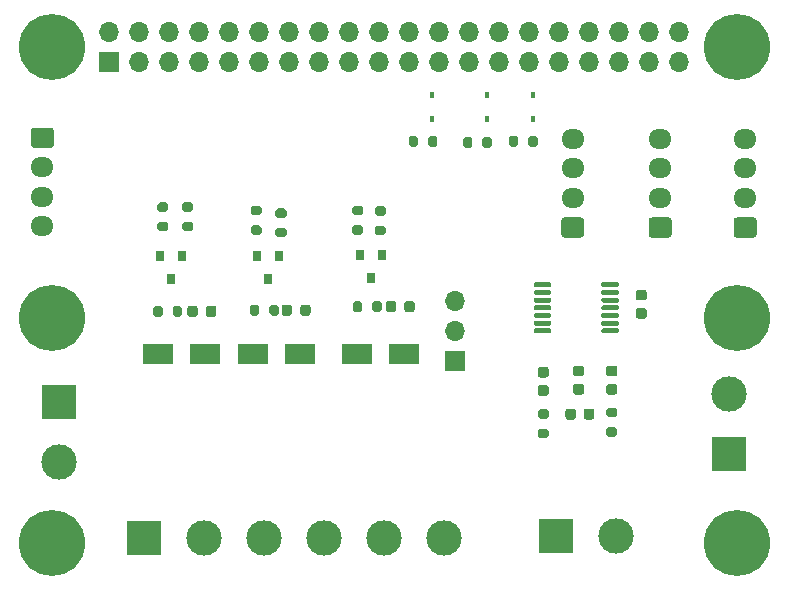
<source format=gbr>
%TF.GenerationSoftware,KiCad,Pcbnew,(5.1.10-1-10_14)*%
%TF.CreationDate,2021-09-17T20:59:11-04:00*%
%TF.ProjectId,KilnHat,4b696c6e-4861-4742-9e6b-696361645f70,rev?*%
%TF.SameCoordinates,Original*%
%TF.FileFunction,Soldermask,Top*%
%TF.FilePolarity,Negative*%
%FSLAX46Y46*%
G04 Gerber Fmt 4.6, Leading zero omitted, Abs format (unit mm)*
G04 Created by KiCad (PCBNEW (5.1.10-1-10_14)) date 2021-09-17 20:59:11*
%MOMM*%
%LPD*%
G01*
G04 APERTURE LIST*
%ADD10C,5.600000*%
%ADD11O,1.700000X1.700000*%
%ADD12R,1.700000X1.700000*%
%ADD13O,1.950000X1.700000*%
%ADD14C,3.000000*%
%ADD15R,3.000000X3.000000*%
%ADD16R,0.800000X0.900000*%
%ADD17R,0.450000X0.600000*%
%ADD18R,2.500000X1.800000*%
G04 APERTURE END LIST*
%TO.C,D6*%
G36*
G01*
X167650000Y-116243750D02*
X167650000Y-116756250D01*
G75*
G02*
X167431250Y-116975000I-218750J0D01*
G01*
X166993750Y-116975000D01*
G75*
G02*
X166775000Y-116756250I0J218750D01*
G01*
X166775000Y-116243750D01*
G75*
G02*
X166993750Y-116025000I218750J0D01*
G01*
X167431250Y-116025000D01*
G75*
G02*
X167650000Y-116243750I0J-218750D01*
G01*
G37*
G36*
G01*
X169225000Y-116243750D02*
X169225000Y-116756250D01*
G75*
G02*
X169006250Y-116975000I-218750J0D01*
G01*
X168568750Y-116975000D01*
G75*
G02*
X168350000Y-116756250I0J218750D01*
G01*
X168350000Y-116243750D01*
G75*
G02*
X168568750Y-116025000I218750J0D01*
G01*
X169006250Y-116025000D01*
G75*
G02*
X169225000Y-116243750I0J-218750D01*
G01*
G37*
%TD*%
%TO.C,D5*%
G36*
G01*
X158830000Y-116543750D02*
X158830000Y-117056250D01*
G75*
G02*
X158611250Y-117275000I-218750J0D01*
G01*
X158173750Y-117275000D01*
G75*
G02*
X157955000Y-117056250I0J218750D01*
G01*
X157955000Y-116543750D01*
G75*
G02*
X158173750Y-116325000I218750J0D01*
G01*
X158611250Y-116325000D01*
G75*
G02*
X158830000Y-116543750I0J-218750D01*
G01*
G37*
G36*
G01*
X160405000Y-116543750D02*
X160405000Y-117056250D01*
G75*
G02*
X160186250Y-117275000I-218750J0D01*
G01*
X159748750Y-117275000D01*
G75*
G02*
X159530000Y-117056250I0J218750D01*
G01*
X159530000Y-116543750D01*
G75*
G02*
X159748750Y-116325000I218750J0D01*
G01*
X160186250Y-116325000D01*
G75*
G02*
X160405000Y-116543750I0J-218750D01*
G01*
G37*
%TD*%
%TO.C,D4*%
G36*
G01*
X150850000Y-116643750D02*
X150850000Y-117156250D01*
G75*
G02*
X150631250Y-117375000I-218750J0D01*
G01*
X150193750Y-117375000D01*
G75*
G02*
X149975000Y-117156250I0J218750D01*
G01*
X149975000Y-116643750D01*
G75*
G02*
X150193750Y-116425000I218750J0D01*
G01*
X150631250Y-116425000D01*
G75*
G02*
X150850000Y-116643750I0J-218750D01*
G01*
G37*
G36*
G01*
X152425000Y-116643750D02*
X152425000Y-117156250D01*
G75*
G02*
X152206250Y-117375000I-218750J0D01*
G01*
X151768750Y-117375000D01*
G75*
G02*
X151550000Y-117156250I0J218750D01*
G01*
X151550000Y-116643750D01*
G75*
G02*
X151768750Y-116425000I218750J0D01*
G01*
X152206250Y-116425000D01*
G75*
G02*
X152425000Y-116643750I0J-218750D01*
G01*
G37*
%TD*%
D10*
%TO.C,REF\u002A\u002A*%
X138500000Y-136500000D03*
%TD*%
%TO.C,REF\u002A\u002A*%
X138500000Y-117500000D03*
%TD*%
%TO.C,REF\u002A\u002A*%
X138500000Y-94500000D03*
%TD*%
%TO.C,REF\u002A\u002A*%
X196500000Y-136500000D03*
%TD*%
%TO.C,REF\u002A\u002A*%
X196500000Y-117500000D03*
%TD*%
%TO.C,REF\u002A\u002A*%
X196500000Y-94500000D03*
%TD*%
D11*
%TO.C,J2*%
X191630000Y-93250000D03*
X191630000Y-95790000D03*
X189090000Y-93250000D03*
X189090000Y-95790000D03*
X186550000Y-93250000D03*
X186550000Y-95790000D03*
X184010000Y-93250000D03*
X184010000Y-95790000D03*
X181470000Y-93250000D03*
X181470000Y-95790000D03*
X178930000Y-93250000D03*
X178930000Y-95790000D03*
X176390000Y-93250000D03*
X176390000Y-95790000D03*
X173850000Y-93250000D03*
X173850000Y-95790000D03*
X171310000Y-93250000D03*
X171310000Y-95790000D03*
X168770000Y-93250000D03*
X168770000Y-95790000D03*
X166230000Y-93250000D03*
X166230000Y-95790000D03*
X163690000Y-93250000D03*
X163690000Y-95790000D03*
X161150000Y-93250000D03*
X161150000Y-95790000D03*
X158610000Y-93250000D03*
X158610000Y-95790000D03*
X156070000Y-93250000D03*
X156070000Y-95790000D03*
X153530000Y-93250000D03*
X153530000Y-95790000D03*
X150990000Y-93250000D03*
X150990000Y-95790000D03*
X148450000Y-93250000D03*
X148450000Y-95790000D03*
X145910000Y-93250000D03*
X145910000Y-95790000D03*
X143370000Y-93250000D03*
D12*
X143370000Y-95790000D03*
%TD*%
D13*
%TO.C,J7*%
X190000000Y-102300000D03*
X190000000Y-104800000D03*
X190000000Y-107300000D03*
G36*
G01*
X190725000Y-110650000D02*
X189275000Y-110650000D01*
G75*
G02*
X189025000Y-110400000I0J250000D01*
G01*
X189025000Y-109200000D01*
G75*
G02*
X189275000Y-108950000I250000J0D01*
G01*
X190725000Y-108950000D01*
G75*
G02*
X190975000Y-109200000I0J-250000D01*
G01*
X190975000Y-110400000D01*
G75*
G02*
X190725000Y-110650000I-250000J0D01*
G01*
G37*
%TD*%
D14*
%TO.C,J3*%
X171700000Y-136100000D03*
X166620000Y-136100000D03*
X161540000Y-136100000D03*
D15*
X146300000Y-136100000D03*
D14*
X156460000Y-136100000D03*
X151380000Y-136100000D03*
%TD*%
%TO.C,U1*%
G36*
G01*
X180775000Y-118450000D02*
X180775000Y-118650000D01*
G75*
G02*
X180675000Y-118750000I-100000J0D01*
G01*
X179400000Y-118750000D01*
G75*
G02*
X179300000Y-118650000I0J100000D01*
G01*
X179300000Y-118450000D01*
G75*
G02*
X179400000Y-118350000I100000J0D01*
G01*
X180675000Y-118350000D01*
G75*
G02*
X180775000Y-118450000I0J-100000D01*
G01*
G37*
G36*
G01*
X180775000Y-117800000D02*
X180775000Y-118000000D01*
G75*
G02*
X180675000Y-118100000I-100000J0D01*
G01*
X179400000Y-118100000D01*
G75*
G02*
X179300000Y-118000000I0J100000D01*
G01*
X179300000Y-117800000D01*
G75*
G02*
X179400000Y-117700000I100000J0D01*
G01*
X180675000Y-117700000D01*
G75*
G02*
X180775000Y-117800000I0J-100000D01*
G01*
G37*
G36*
G01*
X180775000Y-117150000D02*
X180775000Y-117350000D01*
G75*
G02*
X180675000Y-117450000I-100000J0D01*
G01*
X179400000Y-117450000D01*
G75*
G02*
X179300000Y-117350000I0J100000D01*
G01*
X179300000Y-117150000D01*
G75*
G02*
X179400000Y-117050000I100000J0D01*
G01*
X180675000Y-117050000D01*
G75*
G02*
X180775000Y-117150000I0J-100000D01*
G01*
G37*
G36*
G01*
X180775000Y-116500000D02*
X180775000Y-116700000D01*
G75*
G02*
X180675000Y-116800000I-100000J0D01*
G01*
X179400000Y-116800000D01*
G75*
G02*
X179300000Y-116700000I0J100000D01*
G01*
X179300000Y-116500000D01*
G75*
G02*
X179400000Y-116400000I100000J0D01*
G01*
X180675000Y-116400000D01*
G75*
G02*
X180775000Y-116500000I0J-100000D01*
G01*
G37*
G36*
G01*
X180775000Y-115850000D02*
X180775000Y-116050000D01*
G75*
G02*
X180675000Y-116150000I-100000J0D01*
G01*
X179400000Y-116150000D01*
G75*
G02*
X179300000Y-116050000I0J100000D01*
G01*
X179300000Y-115850000D01*
G75*
G02*
X179400000Y-115750000I100000J0D01*
G01*
X180675000Y-115750000D01*
G75*
G02*
X180775000Y-115850000I0J-100000D01*
G01*
G37*
G36*
G01*
X180775000Y-115200000D02*
X180775000Y-115400000D01*
G75*
G02*
X180675000Y-115500000I-100000J0D01*
G01*
X179400000Y-115500000D01*
G75*
G02*
X179300000Y-115400000I0J100000D01*
G01*
X179300000Y-115200000D01*
G75*
G02*
X179400000Y-115100000I100000J0D01*
G01*
X180675000Y-115100000D01*
G75*
G02*
X180775000Y-115200000I0J-100000D01*
G01*
G37*
G36*
G01*
X180775000Y-114550000D02*
X180775000Y-114750000D01*
G75*
G02*
X180675000Y-114850000I-100000J0D01*
G01*
X179400000Y-114850000D01*
G75*
G02*
X179300000Y-114750000I0J100000D01*
G01*
X179300000Y-114550000D01*
G75*
G02*
X179400000Y-114450000I100000J0D01*
G01*
X180675000Y-114450000D01*
G75*
G02*
X180775000Y-114550000I0J-100000D01*
G01*
G37*
G36*
G01*
X186500000Y-114550000D02*
X186500000Y-114750000D01*
G75*
G02*
X186400000Y-114850000I-100000J0D01*
G01*
X185125000Y-114850000D01*
G75*
G02*
X185025000Y-114750000I0J100000D01*
G01*
X185025000Y-114550000D01*
G75*
G02*
X185125000Y-114450000I100000J0D01*
G01*
X186400000Y-114450000D01*
G75*
G02*
X186500000Y-114550000I0J-100000D01*
G01*
G37*
G36*
G01*
X186500000Y-115200000D02*
X186500000Y-115400000D01*
G75*
G02*
X186400000Y-115500000I-100000J0D01*
G01*
X185125000Y-115500000D01*
G75*
G02*
X185025000Y-115400000I0J100000D01*
G01*
X185025000Y-115200000D01*
G75*
G02*
X185125000Y-115100000I100000J0D01*
G01*
X186400000Y-115100000D01*
G75*
G02*
X186500000Y-115200000I0J-100000D01*
G01*
G37*
G36*
G01*
X186500000Y-115850000D02*
X186500000Y-116050000D01*
G75*
G02*
X186400000Y-116150000I-100000J0D01*
G01*
X185125000Y-116150000D01*
G75*
G02*
X185025000Y-116050000I0J100000D01*
G01*
X185025000Y-115850000D01*
G75*
G02*
X185125000Y-115750000I100000J0D01*
G01*
X186400000Y-115750000D01*
G75*
G02*
X186500000Y-115850000I0J-100000D01*
G01*
G37*
G36*
G01*
X186500000Y-116500000D02*
X186500000Y-116700000D01*
G75*
G02*
X186400000Y-116800000I-100000J0D01*
G01*
X185125000Y-116800000D01*
G75*
G02*
X185025000Y-116700000I0J100000D01*
G01*
X185025000Y-116500000D01*
G75*
G02*
X185125000Y-116400000I100000J0D01*
G01*
X186400000Y-116400000D01*
G75*
G02*
X186500000Y-116500000I0J-100000D01*
G01*
G37*
G36*
G01*
X186500000Y-117150000D02*
X186500000Y-117350000D01*
G75*
G02*
X186400000Y-117450000I-100000J0D01*
G01*
X185125000Y-117450000D01*
G75*
G02*
X185025000Y-117350000I0J100000D01*
G01*
X185025000Y-117150000D01*
G75*
G02*
X185125000Y-117050000I100000J0D01*
G01*
X186400000Y-117050000D01*
G75*
G02*
X186500000Y-117150000I0J-100000D01*
G01*
G37*
G36*
G01*
X186500000Y-117800000D02*
X186500000Y-118000000D01*
G75*
G02*
X186400000Y-118100000I-100000J0D01*
G01*
X185125000Y-118100000D01*
G75*
G02*
X185025000Y-118000000I0J100000D01*
G01*
X185025000Y-117800000D01*
G75*
G02*
X185125000Y-117700000I100000J0D01*
G01*
X186400000Y-117700000D01*
G75*
G02*
X186500000Y-117800000I0J-100000D01*
G01*
G37*
G36*
G01*
X186500000Y-118450000D02*
X186500000Y-118650000D01*
G75*
G02*
X186400000Y-118750000I-100000J0D01*
G01*
X185125000Y-118750000D01*
G75*
G02*
X185025000Y-118650000I0J100000D01*
G01*
X185025000Y-118450000D01*
G75*
G02*
X185125000Y-118350000I100000J0D01*
G01*
X186400000Y-118350000D01*
G75*
G02*
X186500000Y-118450000I0J-100000D01*
G01*
G37*
%TD*%
%TO.C,R14*%
G36*
G01*
X169500000Y-102225000D02*
X169500000Y-102775000D01*
G75*
G02*
X169300000Y-102975000I-200000J0D01*
G01*
X168900000Y-102975000D01*
G75*
G02*
X168700000Y-102775000I0J200000D01*
G01*
X168700000Y-102225000D01*
G75*
G02*
X168900000Y-102025000I200000J0D01*
G01*
X169300000Y-102025000D01*
G75*
G02*
X169500000Y-102225000I0J-200000D01*
G01*
G37*
G36*
G01*
X171150000Y-102225000D02*
X171150000Y-102775000D01*
G75*
G02*
X170950000Y-102975000I-200000J0D01*
G01*
X170550000Y-102975000D01*
G75*
G02*
X170350000Y-102775000I0J200000D01*
G01*
X170350000Y-102225000D01*
G75*
G02*
X170550000Y-102025000I200000J0D01*
G01*
X170950000Y-102025000D01*
G75*
G02*
X171150000Y-102225000I0J-200000D01*
G01*
G37*
%TD*%
%TO.C,R13*%
G36*
G01*
X174100000Y-102325000D02*
X174100000Y-102875000D01*
G75*
G02*
X173900000Y-103075000I-200000J0D01*
G01*
X173500000Y-103075000D01*
G75*
G02*
X173300000Y-102875000I0J200000D01*
G01*
X173300000Y-102325000D01*
G75*
G02*
X173500000Y-102125000I200000J0D01*
G01*
X173900000Y-102125000D01*
G75*
G02*
X174100000Y-102325000I0J-200000D01*
G01*
G37*
G36*
G01*
X175750000Y-102325000D02*
X175750000Y-102875000D01*
G75*
G02*
X175550000Y-103075000I-200000J0D01*
G01*
X175150000Y-103075000D01*
G75*
G02*
X174950000Y-102875000I0J200000D01*
G01*
X174950000Y-102325000D01*
G75*
G02*
X175150000Y-102125000I200000J0D01*
G01*
X175550000Y-102125000D01*
G75*
G02*
X175750000Y-102325000I0J-200000D01*
G01*
G37*
%TD*%
%TO.C,R12*%
G36*
G01*
X177975000Y-102225000D02*
X177975000Y-102775000D01*
G75*
G02*
X177775000Y-102975000I-200000J0D01*
G01*
X177375000Y-102975000D01*
G75*
G02*
X177175000Y-102775000I0J200000D01*
G01*
X177175000Y-102225000D01*
G75*
G02*
X177375000Y-102025000I200000J0D01*
G01*
X177775000Y-102025000D01*
G75*
G02*
X177975000Y-102225000I0J-200000D01*
G01*
G37*
G36*
G01*
X179625000Y-102225000D02*
X179625000Y-102775000D01*
G75*
G02*
X179425000Y-102975000I-200000J0D01*
G01*
X179025000Y-102975000D01*
G75*
G02*
X178825000Y-102775000I0J200000D01*
G01*
X178825000Y-102225000D01*
G75*
G02*
X179025000Y-102025000I200000J0D01*
G01*
X179425000Y-102025000D01*
G75*
G02*
X179625000Y-102225000I0J-200000D01*
G01*
G37*
%TD*%
%TO.C,R11*%
G36*
G01*
X179825000Y-126825000D02*
X180375000Y-126825000D01*
G75*
G02*
X180575000Y-127025000I0J-200000D01*
G01*
X180575000Y-127425000D01*
G75*
G02*
X180375000Y-127625000I-200000J0D01*
G01*
X179825000Y-127625000D01*
G75*
G02*
X179625000Y-127425000I0J200000D01*
G01*
X179625000Y-127025000D01*
G75*
G02*
X179825000Y-126825000I200000J0D01*
G01*
G37*
G36*
G01*
X179825000Y-125175000D02*
X180375000Y-125175000D01*
G75*
G02*
X180575000Y-125375000I0J-200000D01*
G01*
X180575000Y-125775000D01*
G75*
G02*
X180375000Y-125975000I-200000J0D01*
G01*
X179825000Y-125975000D01*
G75*
G02*
X179625000Y-125775000I0J200000D01*
G01*
X179625000Y-125375000D01*
G75*
G02*
X179825000Y-125175000I200000J0D01*
G01*
G37*
%TD*%
%TO.C,R10*%
G36*
G01*
X185625000Y-126700000D02*
X186175000Y-126700000D01*
G75*
G02*
X186375000Y-126900000I0J-200000D01*
G01*
X186375000Y-127300000D01*
G75*
G02*
X186175000Y-127500000I-200000J0D01*
G01*
X185625000Y-127500000D01*
G75*
G02*
X185425000Y-127300000I0J200000D01*
G01*
X185425000Y-126900000D01*
G75*
G02*
X185625000Y-126700000I200000J0D01*
G01*
G37*
G36*
G01*
X185625000Y-125050000D02*
X186175000Y-125050000D01*
G75*
G02*
X186375000Y-125250000I0J-200000D01*
G01*
X186375000Y-125650000D01*
G75*
G02*
X186175000Y-125850000I-200000J0D01*
G01*
X185625000Y-125850000D01*
G75*
G02*
X185425000Y-125650000I0J200000D01*
G01*
X185425000Y-125250000D01*
G75*
G02*
X185625000Y-125050000I200000J0D01*
G01*
G37*
%TD*%
%TO.C,R9*%
G36*
G01*
X164675000Y-108775000D02*
X164125000Y-108775000D01*
G75*
G02*
X163925000Y-108575000I0J200000D01*
G01*
X163925000Y-108175000D01*
G75*
G02*
X164125000Y-107975000I200000J0D01*
G01*
X164675000Y-107975000D01*
G75*
G02*
X164875000Y-108175000I0J-200000D01*
G01*
X164875000Y-108575000D01*
G75*
G02*
X164675000Y-108775000I-200000J0D01*
G01*
G37*
G36*
G01*
X164675000Y-110425000D02*
X164125000Y-110425000D01*
G75*
G02*
X163925000Y-110225000I0J200000D01*
G01*
X163925000Y-109825000D01*
G75*
G02*
X164125000Y-109625000I200000J0D01*
G01*
X164675000Y-109625000D01*
G75*
G02*
X164875000Y-109825000I0J-200000D01*
G01*
X164875000Y-110225000D01*
G75*
G02*
X164675000Y-110425000I-200000J0D01*
G01*
G37*
%TD*%
%TO.C,R8*%
G36*
G01*
X156075000Y-108775000D02*
X155525000Y-108775000D01*
G75*
G02*
X155325000Y-108575000I0J200000D01*
G01*
X155325000Y-108175000D01*
G75*
G02*
X155525000Y-107975000I200000J0D01*
G01*
X156075000Y-107975000D01*
G75*
G02*
X156275000Y-108175000I0J-200000D01*
G01*
X156275000Y-108575000D01*
G75*
G02*
X156075000Y-108775000I-200000J0D01*
G01*
G37*
G36*
G01*
X156075000Y-110425000D02*
X155525000Y-110425000D01*
G75*
G02*
X155325000Y-110225000I0J200000D01*
G01*
X155325000Y-109825000D01*
G75*
G02*
X155525000Y-109625000I200000J0D01*
G01*
X156075000Y-109625000D01*
G75*
G02*
X156275000Y-109825000I0J-200000D01*
G01*
X156275000Y-110225000D01*
G75*
G02*
X156075000Y-110425000I-200000J0D01*
G01*
G37*
%TD*%
%TO.C,R7*%
G36*
G01*
X148175000Y-108475000D02*
X147625000Y-108475000D01*
G75*
G02*
X147425000Y-108275000I0J200000D01*
G01*
X147425000Y-107875000D01*
G75*
G02*
X147625000Y-107675000I200000J0D01*
G01*
X148175000Y-107675000D01*
G75*
G02*
X148375000Y-107875000I0J-200000D01*
G01*
X148375000Y-108275000D01*
G75*
G02*
X148175000Y-108475000I-200000J0D01*
G01*
G37*
G36*
G01*
X148175000Y-110125000D02*
X147625000Y-110125000D01*
G75*
G02*
X147425000Y-109925000I0J200000D01*
G01*
X147425000Y-109525000D01*
G75*
G02*
X147625000Y-109325000I200000J0D01*
G01*
X148175000Y-109325000D01*
G75*
G02*
X148375000Y-109525000I0J-200000D01*
G01*
X148375000Y-109925000D01*
G75*
G02*
X148175000Y-110125000I-200000J0D01*
G01*
G37*
%TD*%
%TO.C,R6*%
G36*
G01*
X166025000Y-109650000D02*
X166575000Y-109650000D01*
G75*
G02*
X166775000Y-109850000I0J-200000D01*
G01*
X166775000Y-110250000D01*
G75*
G02*
X166575000Y-110450000I-200000J0D01*
G01*
X166025000Y-110450000D01*
G75*
G02*
X165825000Y-110250000I0J200000D01*
G01*
X165825000Y-109850000D01*
G75*
G02*
X166025000Y-109650000I200000J0D01*
G01*
G37*
G36*
G01*
X166025000Y-108000000D02*
X166575000Y-108000000D01*
G75*
G02*
X166775000Y-108200000I0J-200000D01*
G01*
X166775000Y-108600000D01*
G75*
G02*
X166575000Y-108800000I-200000J0D01*
G01*
X166025000Y-108800000D01*
G75*
G02*
X165825000Y-108600000I0J200000D01*
G01*
X165825000Y-108200000D01*
G75*
G02*
X166025000Y-108000000I200000J0D01*
G01*
G37*
%TD*%
%TO.C,R5*%
G36*
G01*
X157625000Y-109825000D02*
X158175000Y-109825000D01*
G75*
G02*
X158375000Y-110025000I0J-200000D01*
G01*
X158375000Y-110425000D01*
G75*
G02*
X158175000Y-110625000I-200000J0D01*
G01*
X157625000Y-110625000D01*
G75*
G02*
X157425000Y-110425000I0J200000D01*
G01*
X157425000Y-110025000D01*
G75*
G02*
X157625000Y-109825000I200000J0D01*
G01*
G37*
G36*
G01*
X157625000Y-108175000D02*
X158175000Y-108175000D01*
G75*
G02*
X158375000Y-108375000I0J-200000D01*
G01*
X158375000Y-108775000D01*
G75*
G02*
X158175000Y-108975000I-200000J0D01*
G01*
X157625000Y-108975000D01*
G75*
G02*
X157425000Y-108775000I0J200000D01*
G01*
X157425000Y-108375000D01*
G75*
G02*
X157625000Y-108175000I200000J0D01*
G01*
G37*
%TD*%
%TO.C,R4*%
G36*
G01*
X149725000Y-109325000D02*
X150275000Y-109325000D01*
G75*
G02*
X150475000Y-109525000I0J-200000D01*
G01*
X150475000Y-109925000D01*
G75*
G02*
X150275000Y-110125000I-200000J0D01*
G01*
X149725000Y-110125000D01*
G75*
G02*
X149525000Y-109925000I0J200000D01*
G01*
X149525000Y-109525000D01*
G75*
G02*
X149725000Y-109325000I200000J0D01*
G01*
G37*
G36*
G01*
X149725000Y-107675000D02*
X150275000Y-107675000D01*
G75*
G02*
X150475000Y-107875000I0J-200000D01*
G01*
X150475000Y-108275000D01*
G75*
G02*
X150275000Y-108475000I-200000J0D01*
G01*
X149725000Y-108475000D01*
G75*
G02*
X149525000Y-108275000I0J200000D01*
G01*
X149525000Y-107875000D01*
G75*
G02*
X149725000Y-107675000I200000J0D01*
G01*
G37*
%TD*%
%TO.C,R3*%
G36*
G01*
X164775000Y-116225000D02*
X164775000Y-116775000D01*
G75*
G02*
X164575000Y-116975000I-200000J0D01*
G01*
X164175000Y-116975000D01*
G75*
G02*
X163975000Y-116775000I0J200000D01*
G01*
X163975000Y-116225000D01*
G75*
G02*
X164175000Y-116025000I200000J0D01*
G01*
X164575000Y-116025000D01*
G75*
G02*
X164775000Y-116225000I0J-200000D01*
G01*
G37*
G36*
G01*
X166425000Y-116225000D02*
X166425000Y-116775000D01*
G75*
G02*
X166225000Y-116975000I-200000J0D01*
G01*
X165825000Y-116975000D01*
G75*
G02*
X165625000Y-116775000I0J200000D01*
G01*
X165625000Y-116225000D01*
G75*
G02*
X165825000Y-116025000I200000J0D01*
G01*
X166225000Y-116025000D01*
G75*
G02*
X166425000Y-116225000I0J-200000D01*
G01*
G37*
%TD*%
%TO.C,R2*%
G36*
G01*
X156075000Y-116525000D02*
X156075000Y-117075000D01*
G75*
G02*
X155875000Y-117275000I-200000J0D01*
G01*
X155475000Y-117275000D01*
G75*
G02*
X155275000Y-117075000I0J200000D01*
G01*
X155275000Y-116525000D01*
G75*
G02*
X155475000Y-116325000I200000J0D01*
G01*
X155875000Y-116325000D01*
G75*
G02*
X156075000Y-116525000I0J-200000D01*
G01*
G37*
G36*
G01*
X157725000Y-116525000D02*
X157725000Y-117075000D01*
G75*
G02*
X157525000Y-117275000I-200000J0D01*
G01*
X157125000Y-117275000D01*
G75*
G02*
X156925000Y-117075000I0J200000D01*
G01*
X156925000Y-116525000D01*
G75*
G02*
X157125000Y-116325000I200000J0D01*
G01*
X157525000Y-116325000D01*
G75*
G02*
X157725000Y-116525000I0J-200000D01*
G01*
G37*
%TD*%
%TO.C,R1*%
G36*
G01*
X147875000Y-116625000D02*
X147875000Y-117175000D01*
G75*
G02*
X147675000Y-117375000I-200000J0D01*
G01*
X147275000Y-117375000D01*
G75*
G02*
X147075000Y-117175000I0J200000D01*
G01*
X147075000Y-116625000D01*
G75*
G02*
X147275000Y-116425000I200000J0D01*
G01*
X147675000Y-116425000D01*
G75*
G02*
X147875000Y-116625000I0J-200000D01*
G01*
G37*
G36*
G01*
X149525000Y-116625000D02*
X149525000Y-117175000D01*
G75*
G02*
X149325000Y-117375000I-200000J0D01*
G01*
X148925000Y-117375000D01*
G75*
G02*
X148725000Y-117175000I0J200000D01*
G01*
X148725000Y-116625000D01*
G75*
G02*
X148925000Y-116425000I200000J0D01*
G01*
X149325000Y-116425000D01*
G75*
G02*
X149525000Y-116625000I0J-200000D01*
G01*
G37*
%TD*%
D16*
%TO.C,Q3*%
X165500000Y-114100000D03*
X164550000Y-112100000D03*
X166450000Y-112100000D03*
%TD*%
%TO.C,Q2*%
X156800000Y-114200000D03*
X155850000Y-112200000D03*
X157750000Y-112200000D03*
%TD*%
%TO.C,Q1*%
X148600000Y-114200000D03*
X147650000Y-112200000D03*
X149550000Y-112200000D03*
%TD*%
D11*
%TO.C,JP1*%
X172600000Y-116020000D03*
X172600000Y-118560000D03*
D12*
X172600000Y-121100000D03*
%TD*%
D13*
%TO.C,J9*%
X137700000Y-109700000D03*
X137700000Y-107200000D03*
X137700000Y-104700000D03*
G36*
G01*
X136975000Y-101350000D02*
X138425000Y-101350000D01*
G75*
G02*
X138675000Y-101600000I0J-250000D01*
G01*
X138675000Y-102800000D01*
G75*
G02*
X138425000Y-103050000I-250000J0D01*
G01*
X136975000Y-103050000D01*
G75*
G02*
X136725000Y-102800000I0J250000D01*
G01*
X136725000Y-101600000D01*
G75*
G02*
X136975000Y-101350000I250000J0D01*
G01*
G37*
%TD*%
%TO.C,J8*%
X182600000Y-102300000D03*
X182600000Y-104800000D03*
X182600000Y-107300000D03*
G36*
G01*
X183325000Y-110650000D02*
X181875000Y-110650000D01*
G75*
G02*
X181625000Y-110400000I0J250000D01*
G01*
X181625000Y-109200000D01*
G75*
G02*
X181875000Y-108950000I250000J0D01*
G01*
X183325000Y-108950000D01*
G75*
G02*
X183575000Y-109200000I0J-250000D01*
G01*
X183575000Y-110400000D01*
G75*
G02*
X183325000Y-110650000I-250000J0D01*
G01*
G37*
%TD*%
%TO.C,J6*%
X197200000Y-102300000D03*
X197200000Y-104800000D03*
X197200000Y-107300000D03*
G36*
G01*
X197925000Y-110650000D02*
X196475000Y-110650000D01*
G75*
G02*
X196225000Y-110400000I0J250000D01*
G01*
X196225000Y-109200000D01*
G75*
G02*
X196475000Y-108950000I250000J0D01*
G01*
X197925000Y-108950000D01*
G75*
G02*
X198175000Y-109200000I0J-250000D01*
G01*
X198175000Y-110400000D01*
G75*
G02*
X197925000Y-110650000I-250000J0D01*
G01*
G37*
%TD*%
D14*
%TO.C,J5*%
X195800000Y-123920000D03*
D15*
X195800000Y-129000000D03*
%TD*%
D14*
%TO.C,J4*%
X139100000Y-129680000D03*
D15*
X139100000Y-124600000D03*
%TD*%
D14*
%TO.C,J1*%
X186280000Y-135900000D03*
D15*
X181200000Y-135900000D03*
%TD*%
D17*
%TO.C,D9*%
X175300000Y-100650000D03*
X175300000Y-98550000D03*
%TD*%
%TO.C,D8*%
X170700000Y-100650000D03*
X170700000Y-98550000D03*
%TD*%
%TO.C,D7*%
X179200000Y-100650000D03*
X179200000Y-98550000D03*
%TD*%
D18*
%TO.C,D3*%
X168300000Y-120500000D03*
X164300000Y-120500000D03*
%TD*%
%TO.C,D2*%
X159500000Y-120500000D03*
X155500000Y-120500000D03*
%TD*%
%TO.C,D1*%
X151500000Y-120500000D03*
X147500000Y-120500000D03*
%TD*%
%TO.C,C5*%
G36*
G01*
X188150000Y-116625000D02*
X188650000Y-116625000D01*
G75*
G02*
X188875000Y-116850000I0J-225000D01*
G01*
X188875000Y-117300000D01*
G75*
G02*
X188650000Y-117525000I-225000J0D01*
G01*
X188150000Y-117525000D01*
G75*
G02*
X187925000Y-117300000I0J225000D01*
G01*
X187925000Y-116850000D01*
G75*
G02*
X188150000Y-116625000I225000J0D01*
G01*
G37*
G36*
G01*
X188150000Y-115075000D02*
X188650000Y-115075000D01*
G75*
G02*
X188875000Y-115300000I0J-225000D01*
G01*
X188875000Y-115750000D01*
G75*
G02*
X188650000Y-115975000I-225000J0D01*
G01*
X188150000Y-115975000D01*
G75*
G02*
X187925000Y-115750000I0J225000D01*
G01*
X187925000Y-115300000D01*
G75*
G02*
X188150000Y-115075000I225000J0D01*
G01*
G37*
%TD*%
%TO.C,C4*%
G36*
G01*
X182850000Y-123050000D02*
X183350000Y-123050000D01*
G75*
G02*
X183575000Y-123275000I0J-225000D01*
G01*
X183575000Y-123725000D01*
G75*
G02*
X183350000Y-123950000I-225000J0D01*
G01*
X182850000Y-123950000D01*
G75*
G02*
X182625000Y-123725000I0J225000D01*
G01*
X182625000Y-123275000D01*
G75*
G02*
X182850000Y-123050000I225000J0D01*
G01*
G37*
G36*
G01*
X182850000Y-121500000D02*
X183350000Y-121500000D01*
G75*
G02*
X183575000Y-121725000I0J-225000D01*
G01*
X183575000Y-122175000D01*
G75*
G02*
X183350000Y-122400000I-225000J0D01*
G01*
X182850000Y-122400000D01*
G75*
G02*
X182625000Y-122175000I0J225000D01*
G01*
X182625000Y-121725000D01*
G75*
G02*
X182850000Y-121500000I225000J0D01*
G01*
G37*
%TD*%
%TO.C,C3*%
G36*
G01*
X179850000Y-123150000D02*
X180350000Y-123150000D01*
G75*
G02*
X180575000Y-123375000I0J-225000D01*
G01*
X180575000Y-123825000D01*
G75*
G02*
X180350000Y-124050000I-225000J0D01*
G01*
X179850000Y-124050000D01*
G75*
G02*
X179625000Y-123825000I0J225000D01*
G01*
X179625000Y-123375000D01*
G75*
G02*
X179850000Y-123150000I225000J0D01*
G01*
G37*
G36*
G01*
X179850000Y-121600000D02*
X180350000Y-121600000D01*
G75*
G02*
X180575000Y-121825000I0J-225000D01*
G01*
X180575000Y-122275000D01*
G75*
G02*
X180350000Y-122500000I-225000J0D01*
G01*
X179850000Y-122500000D01*
G75*
G02*
X179625000Y-122275000I0J225000D01*
G01*
X179625000Y-121825000D01*
G75*
G02*
X179850000Y-121600000I225000J0D01*
G01*
G37*
%TD*%
%TO.C,C2*%
G36*
G01*
X182875000Y-125350000D02*
X182875000Y-125850000D01*
G75*
G02*
X182650000Y-126075000I-225000J0D01*
G01*
X182200000Y-126075000D01*
G75*
G02*
X181975000Y-125850000I0J225000D01*
G01*
X181975000Y-125350000D01*
G75*
G02*
X182200000Y-125125000I225000J0D01*
G01*
X182650000Y-125125000D01*
G75*
G02*
X182875000Y-125350000I0J-225000D01*
G01*
G37*
G36*
G01*
X184425000Y-125350000D02*
X184425000Y-125850000D01*
G75*
G02*
X184200000Y-126075000I-225000J0D01*
G01*
X183750000Y-126075000D01*
G75*
G02*
X183525000Y-125850000I0J225000D01*
G01*
X183525000Y-125350000D01*
G75*
G02*
X183750000Y-125125000I225000J0D01*
G01*
X184200000Y-125125000D01*
G75*
G02*
X184425000Y-125350000I0J-225000D01*
G01*
G37*
%TD*%
%TO.C,C1*%
G36*
G01*
X185650000Y-123050000D02*
X186150000Y-123050000D01*
G75*
G02*
X186375000Y-123275000I0J-225000D01*
G01*
X186375000Y-123725000D01*
G75*
G02*
X186150000Y-123950000I-225000J0D01*
G01*
X185650000Y-123950000D01*
G75*
G02*
X185425000Y-123725000I0J225000D01*
G01*
X185425000Y-123275000D01*
G75*
G02*
X185650000Y-123050000I225000J0D01*
G01*
G37*
G36*
G01*
X185650000Y-121500000D02*
X186150000Y-121500000D01*
G75*
G02*
X186375000Y-121725000I0J-225000D01*
G01*
X186375000Y-122175000D01*
G75*
G02*
X186150000Y-122400000I-225000J0D01*
G01*
X185650000Y-122400000D01*
G75*
G02*
X185425000Y-122175000I0J225000D01*
G01*
X185425000Y-121725000D01*
G75*
G02*
X185650000Y-121500000I225000J0D01*
G01*
G37*
%TD*%
M02*

</source>
